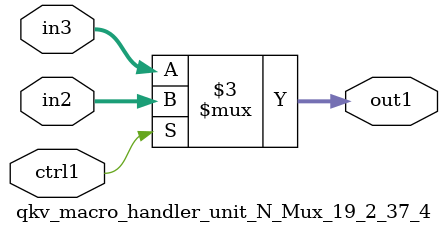
<source format=v>

`timescale 1ps / 1ps


module qkv_macro_handler_unit_N_Mux_19_2_37_4( in3, in2, ctrl1, out1 );

    input [18:0] in3;
    input [18:0] in2;
    input ctrl1;
    output [18:0] out1;
    reg [18:0] out1;

    
    // rtl_process:qkv_macro_handler_unit_N_Mux_19_2_37_4/qkv_macro_handler_unit_N_Mux_19_2_37_4_thread_1
    always @*
      begin : qkv_macro_handler_unit_N_Mux_19_2_37_4_thread_1
        case (ctrl1) 
          1'b1: 
            begin
              out1 = in2;
            end
          default: 
            begin
              out1 = in3;
            end
        endcase
      end

endmodule


</source>
